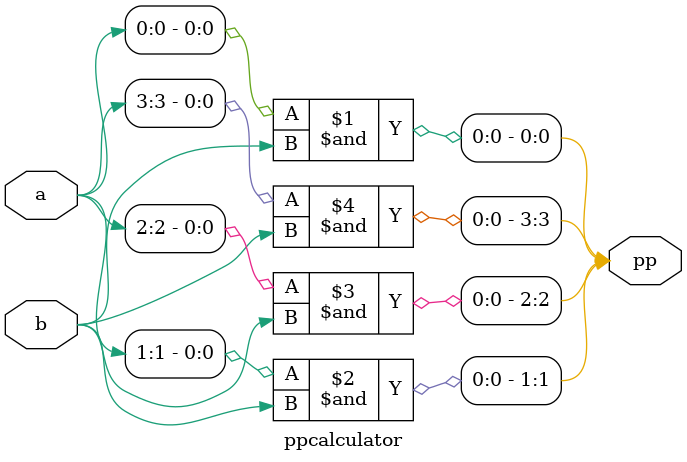
<source format=v>

module ppcalculator(input [3:0] a,input b, output wire [3:0] pp  );

assign pp[0] = a[0]&b;
assign pp[1] = a[1]&b;
assign pp[2] = a[2]&b;
assign pp[3] = a[3]&b;

endmodule



</source>
